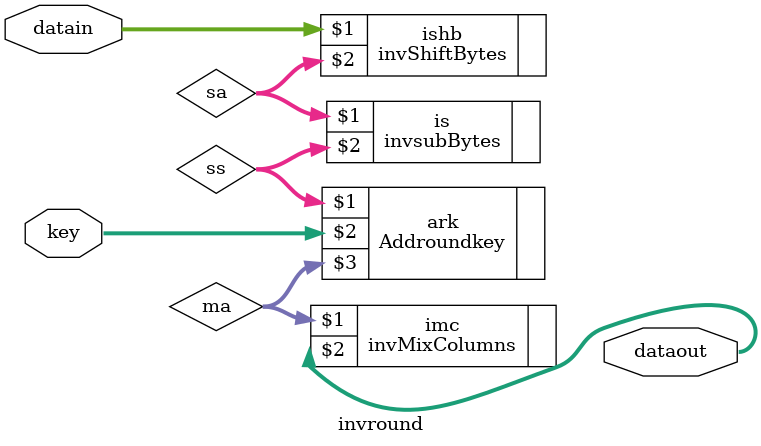
<source format=v>
module invround(datain,dataout,key);
input [127:0] datain;
output [127:0] dataout;
input [127:0] key;

wire [127:0] sa;
wire [127:0] ss;
wire [127:0] ma;

invShiftBytes ishb(datain,sa);
invsubBytes is(sa,ss);
Addroundkey ark(ss,key,ma);
invMixColumns imc(ma,dataout);
endmodule
</source>
